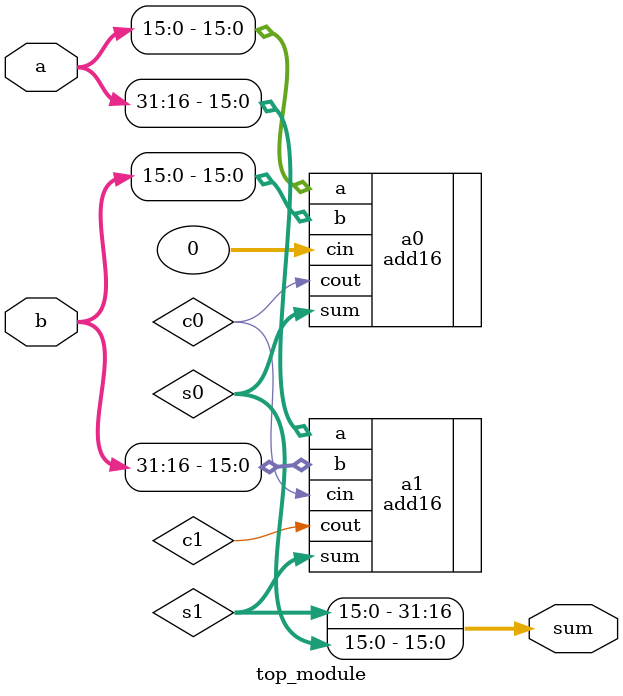
<source format=v>
module top_module(
    input [31:0] a,
    input [31:0] b,
    output [31:0] sum
);
    wire [15:0]s0,s1;
    wire c1,c0;
    
    add16 a0(.a(a[15:0]),.b(b[15:0]),.cin(0),.sum(s0),.cout(c0));
    add16 a1(.a(a[31:16]),.b(b[31:16]),.cin(c0),.sum(s1),.cout(c1));
             
    assign sum={s1,s0};

endmodule

</source>
